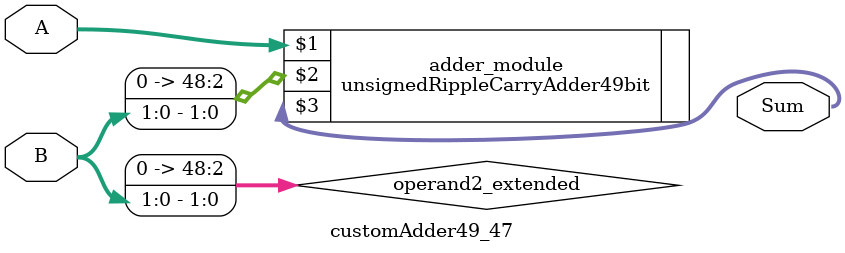
<source format=v>
module customAdder49_47(
                        input [48 : 0] A,
                        input [1 : 0] B,
                        
                        output [49 : 0] Sum
                );

        wire [48 : 0] operand2_extended;
        
        assign operand2_extended =  {47'b0, B};
        
        unsignedRippleCarryAdder49bit adder_module(
            A,
            operand2_extended,
            Sum
        );
        
        endmodule
        
</source>
